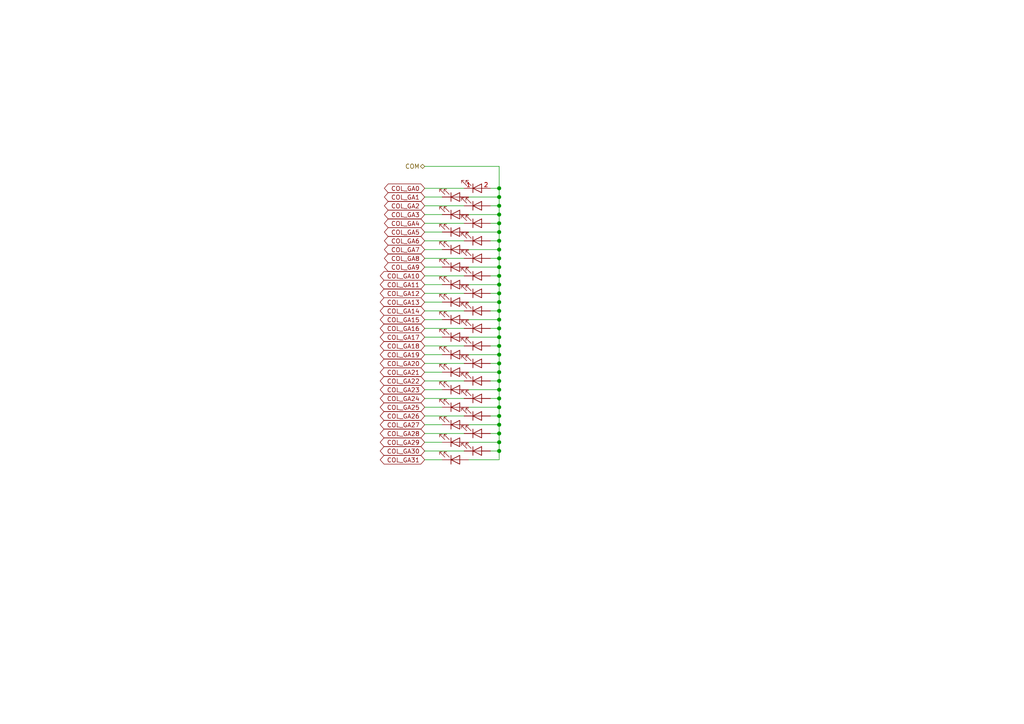
<source format=kicad_sch>
(kicad_sch (version 20200828) (generator eeschema)
  (page 0 20)
  (paper "A4")
  (lib_symbols
    (symbol "Device:LED" (pin_numbers hide) (pin_names (offset 1.016) hide)
      (property "Reference" "D" (at 0 2.54 0))
      (property "Value" "LED" (at 0 -2.54 0))
      (symbol "LED_0_1"
        (polyline (pts (xy -1.27 -1.27) (xy -1.27 1.27)) (stroke (width 0.2032)))
        (polyline (pts (xy -1.27 0) (xy 1.27 0)))
        (polyline (pts (xy 1.27 -1.27) (xy 1.27 1.27) (xy -1.27 0) (xy 1.27 -1.27)) (stroke (width 0.2032)))
        (polyline (pts (xy -3.048 -0.762) (xy -4.572 -2.286) (xy -3.81 -2.286) (xy -4.572 -2.286) (xy -4.572 -1.524)))
        (polyline (pts (xy -1.778 -0.762) (xy -3.302 -2.286) (xy -2.54 -2.286) (xy -3.302 -2.286) (xy -3.302 -1.524)))
      )
      (symbol "LED_1_1"
        (pin passive line (at -3.81 0 0) (length 2.54) (name "K") (number "1"))
        (pin passive line (at 3.81 0 180) (length 2.54) (name "A") (number "2"))
      )
    )
    (symbol "Device:LED_1" (pin_names (offset 1.016) hide)
      (property "Reference" "D" (at 0 2.54 0))
      (property "Value" "LED" (at 0 -2.54 0))
      (symbol "LED_1_0_1"
        (polyline (pts (xy -1.27 -1.27) (xy -1.27 1.27)) (stroke (width 0.2032)))
        (polyline (pts (xy -1.27 0) (xy 1.27 0)))
        (polyline (pts (xy 1.27 -1.27) (xy 1.27 1.27) (xy -1.27 0) (xy 1.27 -1.27)) (stroke (width 0.2032)))
        (polyline (pts (xy -3.048 -0.762) (xy -4.572 -2.286) (xy -3.81 -2.286) (xy -4.572 -2.286) (xy -4.572 -1.524)))
        (polyline (pts (xy -1.778 -0.762) (xy -3.302 -2.286) (xy -2.54 -2.286) (xy -3.302 -2.286) (xy -3.302 -1.524)))
      )
      (symbol "LED_1_1_1"
        (pin passive line (at -3.81 0 0) (length 2.54) (name "K") (number "1"))
        (pin passive line (at 3.81 0 180) (length 2.54) (name "A") (number "2"))
      )
    )
  )
  (junction (at 144.78 54.61) (diameter 1.016))
  (junction (at 144.78 57.15) (diameter 1.016))
  (junction (at 144.78 59.69) (diameter 1.016))
  (junction (at 144.78 62.23) (diameter 1.016))
  (junction (at 144.78 64.77) (diameter 1.016))
  (junction (at 144.78 67.31) (diameter 1.016))
  (junction (at 144.78 69.85) (diameter 1.016))
  (junction (at 144.78 72.39) (diameter 1.016))
  (junction (at 144.78 74.93) (diameter 1.016))
  (junction (at 144.78 77.47) (diameter 1.016))
  (junction (at 144.78 80.01) (diameter 1.016))
  (junction (at 144.78 82.55) (diameter 1.016))
  (junction (at 144.78 85.09) (diameter 1.016))
  (junction (at 144.78 87.63) (diameter 1.016))
  (junction (at 144.78 90.17) (diameter 1.016))
  (junction (at 144.78 92.71) (diameter 1.016))
  (junction (at 144.78 95.25) (diameter 1.016))
  (junction (at 144.78 97.79) (diameter 1.016))
  (junction (at 144.78 100.33) (diameter 1.016))
  (junction (at 144.78 102.87) (diameter 1.016))
  (junction (at 144.78 105.41) (diameter 1.016))
  (junction (at 144.78 107.95) (diameter 1.016))
  (junction (at 144.78 110.49) (diameter 1.016))
  (junction (at 144.78 113.03) (diameter 1.016))
  (junction (at 144.78 115.57) (diameter 1.016))
  (junction (at 144.78 118.11) (diameter 1.016))
  (junction (at 144.78 120.65) (diameter 1.016))
  (junction (at 144.78 123.19) (diameter 1.016))
  (junction (at 144.78 125.73) (diameter 1.016))
  (junction (at 144.78 128.27) (diameter 1.016))
  (junction (at 144.78 130.81) (diameter 1.016))
  (wire (pts (xy 123.19 48.26) (xy 144.78 48.26)))
  (wire (pts (xy 128.27 57.15) (xy 123.19 57.15)))
  (wire (pts (xy 128.27 62.23) (xy 123.19 62.23)))
  (wire (pts (xy 128.27 67.31) (xy 123.19 67.31)))
  (wire (pts (xy 128.27 72.39) (xy 123.19 72.39)))
  (wire (pts (xy 128.27 77.47) (xy 123.19 77.47)))
  (wire (pts (xy 128.27 82.55) (xy 123.19 82.55)))
  (wire (pts (xy 128.27 87.63) (xy 123.19 87.63)))
  (wire (pts (xy 128.27 92.71) (xy 123.19 92.71)))
  (wire (pts (xy 128.27 97.79) (xy 123.19 97.79)))
  (wire (pts (xy 128.27 102.87) (xy 123.19 102.87)))
  (wire (pts (xy 128.27 107.95) (xy 123.19 107.95)))
  (wire (pts (xy 128.27 113.03) (xy 123.19 113.03)))
  (wire (pts (xy 128.27 118.11) (xy 123.19 118.11)))
  (wire (pts (xy 128.27 123.19) (xy 123.19 123.19)))
  (wire (pts (xy 128.27 128.27) (xy 123.19 128.27)))
  (wire (pts (xy 128.27 133.35) (xy 123.19 133.35)))
  (wire (pts (xy 134.62 54.61) (xy 123.19 54.61)))
  (wire (pts (xy 134.62 59.69) (xy 123.19 59.69)))
  (wire (pts (xy 134.62 64.77) (xy 123.19 64.77)))
  (wire (pts (xy 134.62 69.85) (xy 123.19 69.85)))
  (wire (pts (xy 134.62 74.93) (xy 123.19 74.93)))
  (wire (pts (xy 134.62 80.01) (xy 123.19 80.01)))
  (wire (pts (xy 134.62 85.09) (xy 123.19 85.09)))
  (wire (pts (xy 134.62 90.17) (xy 123.19 90.17)))
  (wire (pts (xy 134.62 95.25) (xy 123.19 95.25)))
  (wire (pts (xy 134.62 100.33) (xy 123.19 100.33)))
  (wire (pts (xy 134.62 105.41) (xy 123.19 105.41)))
  (wire (pts (xy 134.62 110.49) (xy 123.19 110.49)))
  (wire (pts (xy 134.62 115.57) (xy 123.19 115.57)))
  (wire (pts (xy 134.62 120.65) (xy 123.19 120.65)))
  (wire (pts (xy 134.62 125.73) (xy 123.19 125.73)))
  (wire (pts (xy 134.62 130.81) (xy 123.19 130.81)))
  (wire (pts (xy 144.78 54.61) (xy 142.24 54.61)))
  (wire (pts (xy 144.78 54.61) (xy 144.78 48.26)))
  (wire (pts (xy 144.78 57.15) (xy 135.89 57.15)))
  (wire (pts (xy 144.78 57.15) (xy 144.78 54.61)))
  (wire (pts (xy 144.78 59.69) (xy 142.24 59.69)))
  (wire (pts (xy 144.78 59.69) (xy 144.78 57.15)))
  (wire (pts (xy 144.78 62.23) (xy 135.89 62.23)))
  (wire (pts (xy 144.78 62.23) (xy 144.78 59.69)))
  (wire (pts (xy 144.78 64.77) (xy 142.24 64.77)))
  (wire (pts (xy 144.78 64.77) (xy 144.78 62.23)))
  (wire (pts (xy 144.78 67.31) (xy 135.89 67.31)))
  (wire (pts (xy 144.78 67.31) (xy 144.78 64.77)))
  (wire (pts (xy 144.78 69.85) (xy 142.24 69.85)))
  (wire (pts (xy 144.78 69.85) (xy 144.78 67.31)))
  (wire (pts (xy 144.78 72.39) (xy 135.89 72.39)))
  (wire (pts (xy 144.78 72.39) (xy 144.78 69.85)))
  (wire (pts (xy 144.78 74.93) (xy 142.24 74.93)))
  (wire (pts (xy 144.78 74.93) (xy 144.78 72.39)))
  (wire (pts (xy 144.78 77.47) (xy 135.89 77.47)))
  (wire (pts (xy 144.78 77.47) (xy 144.78 74.93)))
  (wire (pts (xy 144.78 80.01) (xy 142.24 80.01)))
  (wire (pts (xy 144.78 80.01) (xy 144.78 77.47)))
  (wire (pts (xy 144.78 82.55) (xy 135.89 82.55)))
  (wire (pts (xy 144.78 82.55) (xy 144.78 80.01)))
  (wire (pts (xy 144.78 85.09) (xy 142.24 85.09)))
  (wire (pts (xy 144.78 85.09) (xy 144.78 82.55)))
  (wire (pts (xy 144.78 87.63) (xy 135.89 87.63)))
  (wire (pts (xy 144.78 87.63) (xy 144.78 85.09)))
  (wire (pts (xy 144.78 90.17) (xy 142.24 90.17)))
  (wire (pts (xy 144.78 90.17) (xy 144.78 87.63)))
  (wire (pts (xy 144.78 92.71) (xy 135.89 92.71)))
  (wire (pts (xy 144.78 92.71) (xy 144.78 90.17)))
  (wire (pts (xy 144.78 95.25) (xy 142.24 95.25)))
  (wire (pts (xy 144.78 95.25) (xy 144.78 92.71)))
  (wire (pts (xy 144.78 97.79) (xy 135.89 97.79)))
  (wire (pts (xy 144.78 97.79) (xy 144.78 95.25)))
  (wire (pts (xy 144.78 100.33) (xy 142.24 100.33)))
  (wire (pts (xy 144.78 100.33) (xy 144.78 97.79)))
  (wire (pts (xy 144.78 102.87) (xy 135.89 102.87)))
  (wire (pts (xy 144.78 102.87) (xy 144.78 100.33)))
  (wire (pts (xy 144.78 105.41) (xy 142.24 105.41)))
  (wire (pts (xy 144.78 105.41) (xy 144.78 102.87)))
  (wire (pts (xy 144.78 107.95) (xy 135.89 107.95)))
  (wire (pts (xy 144.78 107.95) (xy 144.78 105.41)))
  (wire (pts (xy 144.78 110.49) (xy 142.24 110.49)))
  (wire (pts (xy 144.78 110.49) (xy 144.78 107.95)))
  (wire (pts (xy 144.78 113.03) (xy 135.89 113.03)))
  (wire (pts (xy 144.78 113.03) (xy 144.78 110.49)))
  (wire (pts (xy 144.78 115.57) (xy 142.24 115.57)))
  (wire (pts (xy 144.78 115.57) (xy 144.78 113.03)))
  (wire (pts (xy 144.78 118.11) (xy 135.89 118.11)))
  (wire (pts (xy 144.78 118.11) (xy 144.78 115.57)))
  (wire (pts (xy 144.78 120.65) (xy 142.24 120.65)))
  (wire (pts (xy 144.78 120.65) (xy 144.78 118.11)))
  (wire (pts (xy 144.78 123.19) (xy 135.89 123.19)))
  (wire (pts (xy 144.78 123.19) (xy 144.78 120.65)))
  (wire (pts (xy 144.78 125.73) (xy 142.24 125.73)))
  (wire (pts (xy 144.78 125.73) (xy 144.78 123.19)))
  (wire (pts (xy 144.78 128.27) (xy 135.89 128.27)))
  (wire (pts (xy 144.78 128.27) (xy 144.78 125.73)))
  (wire (pts (xy 144.78 130.81) (xy 142.24 130.81)))
  (wire (pts (xy 144.78 130.81) (xy 144.78 128.27)))
  (wire (pts (xy 144.78 133.35) (xy 135.89 133.35)))
  (wire (pts (xy 144.78 133.35) (xy 144.78 130.81)))
  (global_label "COL_GA0" (shape bidirectional) (at 123.19 54.61 180))
  (global_label "COL_GA1" (shape bidirectional) (at 123.19 57.15 180))
  (global_label "COL_GA2" (shape bidirectional) (at 123.19 59.69 180))
  (global_label "COL_GA3" (shape bidirectional) (at 123.19 62.23 180))
  (global_label "COL_GA4" (shape bidirectional) (at 123.19 64.77 180))
  (global_label "COL_GA5" (shape bidirectional) (at 123.19 67.31 180))
  (global_label "COL_GA6" (shape bidirectional) (at 123.19 69.85 180))
  (global_label "COL_GA7" (shape bidirectional) (at 123.19 72.39 180))
  (global_label "COL_GA8" (shape bidirectional) (at 123.19 74.93 180))
  (global_label "COL_GA9" (shape bidirectional) (at 123.19 77.47 180))
  (global_label "COL_GA10" (shape bidirectional) (at 123.19 80.01 180))
  (global_label "COL_GA11" (shape bidirectional) (at 123.19 82.55 180))
  (global_label "COL_GA12" (shape bidirectional) (at 123.19 85.09 180))
  (global_label "COL_GA13" (shape bidirectional) (at 123.19 87.63 180))
  (global_label "COL_GA14" (shape bidirectional) (at 123.19 90.17 180))
  (global_label "COL_GA15" (shape bidirectional) (at 123.19 92.71 180))
  (global_label "COL_GA16" (shape bidirectional) (at 123.19 95.25 180))
  (global_label "COL_GA17" (shape bidirectional) (at 123.19 97.79 180))
  (global_label "COL_GA18" (shape bidirectional) (at 123.19 100.33 180))
  (global_label "COL_GA19" (shape bidirectional) (at 123.19 102.87 180))
  (global_label "COL_GA20" (shape bidirectional) (at 123.19 105.41 180))
  (global_label "COL_GA21" (shape bidirectional) (at 123.19 107.95 180))
  (global_label "COL_GA22" (shape bidirectional) (at 123.19 110.49 180))
  (global_label "COL_GA23" (shape bidirectional) (at 123.19 113.03 180))
  (global_label "COL_GA24" (shape bidirectional) (at 123.19 115.57 180))
  (global_label "COL_GA25" (shape bidirectional) (at 123.19 118.11 180))
  (global_label "COL_GA26" (shape bidirectional) (at 123.19 120.65 180))
  (global_label "COL_GA27" (shape bidirectional) (at 123.19 123.19 180))
  (global_label "COL_GA28" (shape bidirectional) (at 123.19 125.73 180))
  (global_label "COL_GA29" (shape bidirectional) (at 123.19 128.27 180))
  (global_label "COL_GA30" (shape bidirectional) (at 123.19 130.81 180))
  (global_label "COL_GA31" (shape bidirectional) (at 123.19 133.35 180))
  (hierarchical_label "COM" (shape bidirectional) (at 123.19 48.26 180))
  (symbol (lib_id "Device:LED") (at 132.08 57.15 0) (mirror x)
    (property "Reference" "D2" (effects hide))
    (property "Value" "LED" (effects hide))
    (property "Footprint" "LED_SMD:LED_0402_1005Metric" (effects hide))
    (property "LCSC" "C397045" (effects hide))
  )
  (symbol (lib_id "Device:LED") (at 132.08 62.23 0) (mirror x)
    (property "Reference" "D4" (effects hide))
    (property "Value" "LED" (effects hide))
    (property "Footprint" "LED_SMD:LED_0402_1005Metric" (effects hide))
    (property "LCSC" "C397045" (effects hide))
  )
  (symbol (lib_id "Device:LED") (at 132.08 67.31 0) (mirror x)
    (property "Reference" "D6" (effects hide))
    (property "Value" "LED" (effects hide))
    (property "Footprint" "LED_SMD:LED_0402_1005Metric" (effects hide))
    (property "LCSC" "C397045" (effects hide))
  )
  (symbol (lib_id "Device:LED") (at 132.08 72.39 0) (mirror x)
    (property "Reference" "D8" (effects hide))
    (property "Value" "LED" (effects hide))
    (property "Footprint" "LED_SMD:LED_0402_1005Metric" (effects hide))
    (property "LCSC" "C397045" (effects hide))
  )
  (symbol (lib_id "Device:LED") (at 132.08 77.47 0) (mirror x)
    (property "Reference" "D10" (effects hide))
    (property "Value" "LED" (effects hide))
    (property "Footprint" "LED_SMD:LED_0402_1005Metric" (effects hide))
    (property "LCSC" "C397045" (effects hide))
  )
  (symbol (lib_id "Device:LED") (at 132.08 82.55 0) (mirror x)
    (property "Reference" "D12" (effects hide))
    (property "Value" "LED" (effects hide))
    (property "Footprint" "LED_SMD:LED_0402_1005Metric" (effects hide))
    (property "LCSC" "C397045" (effects hide))
  )
  (symbol (lib_id "Device:LED") (at 132.08 87.63 0) (mirror x)
    (property "Reference" "D14" (effects hide))
    (property "Value" "LED" (effects hide))
    (property "Footprint" "LED_SMD:LED_0402_1005Metric" (effects hide))
    (property "LCSC" "C397045" (effects hide))
  )
  (symbol (lib_id "Device:LED") (at 132.08 92.71 0) (mirror x)
    (property "Reference" "D16" (effects hide))
    (property "Value" "LED" (effects hide))
    (property "Footprint" "LED_SMD:LED_0402_1005Metric" (effects hide))
    (property "LCSC" "C397045" (effects hide))
  )
  (symbol (lib_id "Device:LED") (at 132.08 97.79 0) (mirror x)
    (property "Reference" "D18" (effects hide))
    (property "Value" "LED" (effects hide))
    (property "Footprint" "LED_SMD:LED_0402_1005Metric" (effects hide))
    (property "LCSC" "C397045" (effects hide))
  )
  (symbol (lib_id "Device:LED") (at 132.08 102.87 0) (mirror x)
    (property "Reference" "D20" (effects hide))
    (property "Value" "LED" (effects hide))
    (property "Footprint" "LED_SMD:LED_0402_1005Metric" (effects hide))
    (property "LCSC" "C397045" (effects hide))
  )
  (symbol (lib_id "Device:LED") (at 132.08 107.95 0) (mirror x)
    (property "Reference" "D22" (effects hide))
    (property "Value" "LED" (effects hide))
    (property "Footprint" "LED_SMD:LED_0402_1005Metric" (effects hide))
    (property "LCSC" "C397045" (effects hide))
  )
  (symbol (lib_id "Device:LED") (at 132.08 113.03 0) (mirror x)
    (property "Reference" "D24" (effects hide))
    (property "Value" "LED" (effects hide))
    (property "Footprint" "LED_SMD:LED_0402_1005Metric" (effects hide))
    (property "LCSC" "C397045" (effects hide))
  )
  (symbol (lib_id "Device:LED") (at 132.08 118.11 0) (mirror x)
    (property "Reference" "D26" (effects hide))
    (property "Value" "LED" (effects hide))
    (property "Footprint" "LED_SMD:LED_0402_1005Metric" (effects hide))
    (property "LCSC" "C397045" (effects hide))
  )
  (symbol (lib_id "Device:LED") (at 132.08 123.19 0) (mirror x)
    (property "Reference" "D28" (effects hide))
    (property "Value" "LED" (effects hide))
    (property "Footprint" "LED_SMD:LED_0402_1005Metric" (effects hide))
    (property "LCSC" "C397045" (effects hide))
  )
  (symbol (lib_id "Device:LED") (at 132.08 128.27 0) (mirror x)
    (property "Reference" "D30" (effects hide))
    (property "Value" "LED" (effects hide))
    (property "Footprint" "LED_SMD:LED_0402_1005Metric" (effects hide))
    (property "LCSC" "C397045" (effects hide))
  )
  (symbol (lib_id "Device:LED") (at 132.08 133.35 0) (mirror x)
    (property "Reference" "D32" (effects hide))
    (property "Value" "LED" (effects hide))
    (property "Footprint" "LED_SMD:LED_0402_1005Metric" (effects hide))
    (property "LCSC" "C397045" (effects hide))
  )
  (symbol (lib_name "Device:LED_1") (lib_id "Device:LED") (at 138.43 54.61 0) (mirror x)
    (property "Reference" "D1" (effects hide))
    (property "Value" "LED" (effects hide))
    (property "Footprint" "LED_SMD:LED_0402_1005Metric" (effects hide))
    (property "LCSC" "C397045" (effects hide))
  )
  (symbol (lib_id "Device:LED") (at 138.43 59.69 0) (mirror x)
    (property "Reference" "D3" (effects hide))
    (property "Value" "LED" (effects hide))
    (property "Footprint" "LED_SMD:LED_0402_1005Metric" (effects hide))
    (property "LCSC" "C397045" (effects hide))
  )
  (symbol (lib_id "Device:LED") (at 138.43 64.77 0) (mirror x)
    (property "Reference" "D5" (effects hide))
    (property "Value" "LED" (effects hide))
    (property "Footprint" "LED_SMD:LED_0402_1005Metric" (effects hide))
    (property "LCSC" "C397045" (effects hide))
  )
  (symbol (lib_id "Device:LED") (at 138.43 69.85 0) (mirror x)
    (property "Reference" "D7" (effects hide))
    (property "Value" "LED" (effects hide))
    (property "Footprint" "LED_SMD:LED_0402_1005Metric" (effects hide))
    (property "LCSC" "C397045" (effects hide))
  )
  (symbol (lib_id "Device:LED") (at 138.43 74.93 0) (mirror x)
    (property "Reference" "D9" (effects hide))
    (property "Value" "LED" (effects hide))
    (property "Footprint" "LED_SMD:LED_0402_1005Metric" (effects hide))
    (property "LCSC" "C397045" (effects hide))
  )
  (symbol (lib_id "Device:LED") (at 138.43 80.01 0) (mirror x)
    (property "Reference" "D11" (effects hide))
    (property "Value" "LED" (effects hide))
    (property "Footprint" "LED_SMD:LED_0402_1005Metric" (effects hide))
    (property "LCSC" "C397045" (effects hide))
  )
  (symbol (lib_id "Device:LED") (at 138.43 85.09 0) (mirror x)
    (property "Reference" "D13" (effects hide))
    (property "Value" "LED" (effects hide))
    (property "Footprint" "LED_SMD:LED_0402_1005Metric" (effects hide))
    (property "LCSC" "C397045" (effects hide))
  )
  (symbol (lib_id "Device:LED") (at 138.43 90.17 0) (mirror x)
    (property "Reference" "D15" (effects hide))
    (property "Value" "LED" (effects hide))
    (property "Footprint" "LED_SMD:LED_0402_1005Metric" (effects hide))
    (property "LCSC" "C397045" (effects hide))
  )
  (symbol (lib_id "Device:LED") (at 138.43 95.25 0) (mirror x)
    (property "Reference" "D17" (effects hide))
    (property "Value" "LED" (effects hide))
    (property "Footprint" "LED_SMD:LED_0402_1005Metric" (effects hide))
    (property "LCSC" "C397045" (effects hide))
  )
  (symbol (lib_id "Device:LED") (at 138.43 100.33 0) (mirror x)
    (property "Reference" "D19" (effects hide))
    (property "Value" "LED" (effects hide))
    (property "Footprint" "LED_SMD:LED_0402_1005Metric" (effects hide))
    (property "LCSC" "C397045" (effects hide))
  )
  (symbol (lib_id "Device:LED") (at 138.43 105.41 0) (mirror x)
    (property "Reference" "D21" (effects hide))
    (property "Value" "LED" (effects hide))
    (property "Footprint" "LED_SMD:LED_0402_1005Metric" (effects hide))
    (property "LCSC" "C397045" (effects hide))
  )
  (symbol (lib_id "Device:LED") (at 138.43 110.49 0) (mirror x)
    (property "Reference" "D23" (effects hide))
    (property "Value" "LED" (effects hide))
    (property "Footprint" "LED_SMD:LED_0402_1005Metric" (effects hide))
    (property "LCSC" "C397045" (effects hide))
  )
  (symbol (lib_id "Device:LED") (at 138.43 115.57 0) (mirror x)
    (property "Reference" "D25" (effects hide))
    (property "Value" "LED" (effects hide))
    (property "Footprint" "LED_SMD:LED_0402_1005Metric" (effects hide))
    (property "LCSC" "C397045" (effects hide))
  )
  (symbol (lib_id "Device:LED") (at 138.43 120.65 0) (mirror x)
    (property "Reference" "D27" (effects hide))
    (property "Value" "LED" (effects hide))
    (property "Footprint" "LED_SMD:LED_0402_1005Metric" (effects hide))
    (property "LCSC" "C397045" (effects hide))
  )
  (symbol (lib_id "Device:LED") (at 138.43 125.73 0) (mirror x)
    (property "Reference" "D29" (effects hide))
    (property "Value" "LED" (effects hide))
    (property "Footprint" "LED_SMD:LED_0402_1005Metric" (effects hide))
    (property "LCSC" "C397045" (effects hide))
  )
  (symbol (lib_id "Device:LED") (at 138.43 130.81 0) (mirror x)
    (property "Reference" "D31" (effects hide))
    (property "Value" "LED" (effects hide))
    (property "Footprint" "LED_SMD:LED_0402_1005Metric" (effects hide))
    (property "LCSC" "C397045" (effects hide))
  )
)
</source>
